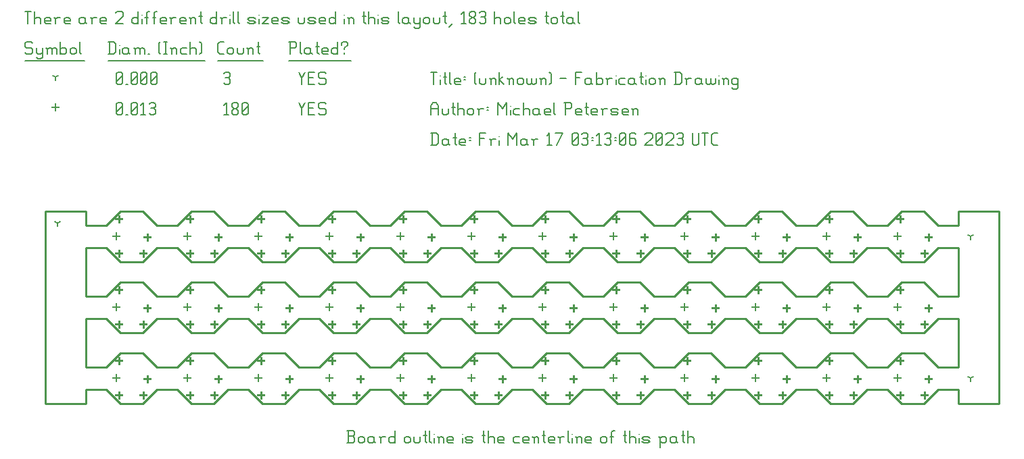
<source format=gbr>
G04 start of page 12 for group -3984 idx -3984 *
G04 Title: (unknown), fab *
G04 Creator: pcb 4.0.2 *
G04 CreationDate: Fri Mar 17 03:13:06 2023 UTC *
G04 For: railfan *
G04 Format: Gerber/RS-274X *
G04 PCB-Dimensions (mil): 4900.00 1150.00 *
G04 PCB-Coordinate-Origin: lower left *
%MOIN*%
%FSLAX25Y25*%
%LNFAB*%
%ADD37C,0.0100*%
%ADD36C,0.0075*%
%ADD35C,0.0060*%
%ADD34R,0.0080X0.0080*%
G54D34*X46500Y67600D02*Y64400D01*
X44900Y66000D02*X48100D01*
X45000Y59100D02*Y55900D01*
X43400Y57500D02*X46600D01*
X60500Y58600D02*Y55400D01*
X58900Y57000D02*X62100D01*
X58500Y50600D02*Y47400D01*
X56900Y49000D02*X60100D01*
X46500Y50600D02*Y47400D01*
X44900Y49000D02*X48100D01*
X81500Y67600D02*Y64400D01*
X79900Y66000D02*X83100D01*
X80000Y59100D02*Y55900D01*
X78400Y57500D02*X81600D01*
X95500Y58600D02*Y55400D01*
X93900Y57000D02*X97100D01*
X93500Y50600D02*Y47400D01*
X91900Y49000D02*X95100D01*
X81500Y50600D02*Y47400D01*
X79900Y49000D02*X83100D01*
X116500Y67600D02*Y64400D01*
X114900Y66000D02*X118100D01*
X115000Y59100D02*Y55900D01*
X113400Y57500D02*X116600D01*
X130500Y58600D02*Y55400D01*
X128900Y57000D02*X132100D01*
X128500Y50600D02*Y47400D01*
X126900Y49000D02*X130100D01*
X116500Y50600D02*Y47400D01*
X114900Y49000D02*X118100D01*
X151500Y67600D02*Y64400D01*
X149900Y66000D02*X153100D01*
X150000Y59100D02*Y55900D01*
X148400Y57500D02*X151600D01*
X165500Y58600D02*Y55400D01*
X163900Y57000D02*X167100D01*
X163500Y50600D02*Y47400D01*
X161900Y49000D02*X165100D01*
X151500Y50600D02*Y47400D01*
X149900Y49000D02*X153100D01*
X186500Y67600D02*Y64400D01*
X184900Y66000D02*X188100D01*
X185000Y59100D02*Y55900D01*
X183400Y57500D02*X186600D01*
X200500Y58600D02*Y55400D01*
X198900Y57000D02*X202100D01*
X198500Y50600D02*Y47400D01*
X196900Y49000D02*X200100D01*
X186500Y50600D02*Y47400D01*
X184900Y49000D02*X188100D01*
X221500Y67600D02*Y64400D01*
X219900Y66000D02*X223100D01*
X220000Y59100D02*Y55900D01*
X218400Y57500D02*X221600D01*
X235500Y58600D02*Y55400D01*
X233900Y57000D02*X237100D01*
X233500Y50600D02*Y47400D01*
X231900Y49000D02*X235100D01*
X221500Y50600D02*Y47400D01*
X219900Y49000D02*X223100D01*
X256500Y67600D02*Y64400D01*
X254900Y66000D02*X258100D01*
X255000Y59100D02*Y55900D01*
X253400Y57500D02*X256600D01*
X270500Y58600D02*Y55400D01*
X268900Y57000D02*X272100D01*
X268500Y50600D02*Y47400D01*
X266900Y49000D02*X270100D01*
X256500Y50600D02*Y47400D01*
X254900Y49000D02*X258100D01*
X291500Y67600D02*Y64400D01*
X289900Y66000D02*X293100D01*
X290000Y59100D02*Y55900D01*
X288400Y57500D02*X291600D01*
X305500Y58600D02*Y55400D01*
X303900Y57000D02*X307100D01*
X303500Y50600D02*Y47400D01*
X301900Y49000D02*X305100D01*
X291500Y50600D02*Y47400D01*
X289900Y49000D02*X293100D01*
X326500Y67600D02*Y64400D01*
X324900Y66000D02*X328100D01*
X325000Y59100D02*Y55900D01*
X323400Y57500D02*X326600D01*
X340500Y58600D02*Y55400D01*
X338900Y57000D02*X342100D01*
X338500Y50600D02*Y47400D01*
X336900Y49000D02*X340100D01*
X326500Y50600D02*Y47400D01*
X324900Y49000D02*X328100D01*
X361500Y67600D02*Y64400D01*
X359900Y66000D02*X363100D01*
X360000Y59100D02*Y55900D01*
X358400Y57500D02*X361600D01*
X375500Y58600D02*Y55400D01*
X373900Y57000D02*X377100D01*
X373500Y50600D02*Y47400D01*
X371900Y49000D02*X375100D01*
X361500Y50600D02*Y47400D01*
X359900Y49000D02*X363100D01*
X396500Y67600D02*Y64400D01*
X394900Y66000D02*X398100D01*
X395000Y59100D02*Y55900D01*
X393400Y57500D02*X396600D01*
X410500Y58600D02*Y55400D01*
X408900Y57000D02*X412100D01*
X408500Y50600D02*Y47400D01*
X406900Y49000D02*X410100D01*
X396500Y50600D02*Y47400D01*
X394900Y49000D02*X398100D01*
X431500Y67600D02*Y64400D01*
X429900Y66000D02*X433100D01*
X430000Y59100D02*Y55900D01*
X428400Y57500D02*X431600D01*
X445500Y58600D02*Y55400D01*
X443900Y57000D02*X447100D01*
X443500Y50600D02*Y47400D01*
X441900Y49000D02*X445100D01*
X431500Y50600D02*Y47400D01*
X429900Y49000D02*X433100D01*
X46500Y102600D02*Y99400D01*
X44900Y101000D02*X48100D01*
X45000Y94100D02*Y90900D01*
X43400Y92500D02*X46600D01*
X60500Y93600D02*Y90400D01*
X58900Y92000D02*X62100D01*
X58500Y85600D02*Y82400D01*
X56900Y84000D02*X60100D01*
X46500Y85600D02*Y82400D01*
X44900Y84000D02*X48100D01*
X81500Y102600D02*Y99400D01*
X79900Y101000D02*X83100D01*
X80000Y94100D02*Y90900D01*
X78400Y92500D02*X81600D01*
X95500Y93600D02*Y90400D01*
X93900Y92000D02*X97100D01*
X93500Y85600D02*Y82400D01*
X91900Y84000D02*X95100D01*
X81500Y85600D02*Y82400D01*
X79900Y84000D02*X83100D01*
X116500Y102600D02*Y99400D01*
X114900Y101000D02*X118100D01*
X115000Y94100D02*Y90900D01*
X113400Y92500D02*X116600D01*
X130500Y93600D02*Y90400D01*
X128900Y92000D02*X132100D01*
X128500Y85600D02*Y82400D01*
X126900Y84000D02*X130100D01*
X116500Y85600D02*Y82400D01*
X114900Y84000D02*X118100D01*
X151500Y102600D02*Y99400D01*
X149900Y101000D02*X153100D01*
X150000Y94100D02*Y90900D01*
X148400Y92500D02*X151600D01*
X165500Y93600D02*Y90400D01*
X163900Y92000D02*X167100D01*
X163500Y85600D02*Y82400D01*
X161900Y84000D02*X165100D01*
X151500Y85600D02*Y82400D01*
X149900Y84000D02*X153100D01*
X186500Y102600D02*Y99400D01*
X184900Y101000D02*X188100D01*
X185000Y94100D02*Y90900D01*
X183400Y92500D02*X186600D01*
X200500Y93600D02*Y90400D01*
X198900Y92000D02*X202100D01*
X198500Y85600D02*Y82400D01*
X196900Y84000D02*X200100D01*
X186500Y85600D02*Y82400D01*
X184900Y84000D02*X188100D01*
X221500Y102600D02*Y99400D01*
X219900Y101000D02*X223100D01*
X220000Y94100D02*Y90900D01*
X218400Y92500D02*X221600D01*
X235500Y93600D02*Y90400D01*
X233900Y92000D02*X237100D01*
X233500Y85600D02*Y82400D01*
X231900Y84000D02*X235100D01*
X221500Y85600D02*Y82400D01*
X219900Y84000D02*X223100D01*
X256500Y102600D02*Y99400D01*
X254900Y101000D02*X258100D01*
X255000Y94100D02*Y90900D01*
X253400Y92500D02*X256600D01*
X270500Y93600D02*Y90400D01*
X268900Y92000D02*X272100D01*
X268500Y85600D02*Y82400D01*
X266900Y84000D02*X270100D01*
X256500Y85600D02*Y82400D01*
X254900Y84000D02*X258100D01*
X291500Y102600D02*Y99400D01*
X289900Y101000D02*X293100D01*
X290000Y94100D02*Y90900D01*
X288400Y92500D02*X291600D01*
X305500Y93600D02*Y90400D01*
X303900Y92000D02*X307100D01*
X303500Y85600D02*Y82400D01*
X301900Y84000D02*X305100D01*
X291500Y85600D02*Y82400D01*
X289900Y84000D02*X293100D01*
X326500Y102600D02*Y99400D01*
X324900Y101000D02*X328100D01*
X325000Y94100D02*Y90900D01*
X323400Y92500D02*X326600D01*
X340500Y93600D02*Y90400D01*
X338900Y92000D02*X342100D01*
X338500Y85600D02*Y82400D01*
X336900Y84000D02*X340100D01*
X326500Y85600D02*Y82400D01*
X324900Y84000D02*X328100D01*
X361500Y102600D02*Y99400D01*
X359900Y101000D02*X363100D01*
X360000Y94100D02*Y90900D01*
X358400Y92500D02*X361600D01*
X375500Y93600D02*Y90400D01*
X373900Y92000D02*X377100D01*
X373500Y85600D02*Y82400D01*
X371900Y84000D02*X375100D01*
X361500Y85600D02*Y82400D01*
X359900Y84000D02*X363100D01*
X396500Y102600D02*Y99400D01*
X394900Y101000D02*X398100D01*
X395000Y94100D02*Y90900D01*
X393400Y92500D02*X396600D01*
X410500Y93600D02*Y90400D01*
X408900Y92000D02*X412100D01*
X408500Y85600D02*Y82400D01*
X406900Y84000D02*X410100D01*
X396500Y85600D02*Y82400D01*
X394900Y84000D02*X398100D01*
X431500Y102600D02*Y99400D01*
X429900Y101000D02*X433100D01*
X430000Y94100D02*Y90900D01*
X428400Y92500D02*X431600D01*
X445500Y93600D02*Y90400D01*
X443900Y92000D02*X447100D01*
X443500Y85600D02*Y82400D01*
X441900Y84000D02*X445100D01*
X431500Y85600D02*Y82400D01*
X429900Y84000D02*X433100D01*
X46500Y32600D02*Y29400D01*
X44900Y31000D02*X48100D01*
X45000Y24100D02*Y20900D01*
X43400Y22500D02*X46600D01*
X60500Y23600D02*Y20400D01*
X58900Y22000D02*X62100D01*
X58500Y15600D02*Y12400D01*
X56900Y14000D02*X60100D01*
X46500Y15600D02*Y12400D01*
X44900Y14000D02*X48100D01*
X81500Y32600D02*Y29400D01*
X79900Y31000D02*X83100D01*
X80000Y24100D02*Y20900D01*
X78400Y22500D02*X81600D01*
X95500Y23600D02*Y20400D01*
X93900Y22000D02*X97100D01*
X93500Y15600D02*Y12400D01*
X91900Y14000D02*X95100D01*
X81500Y15600D02*Y12400D01*
X79900Y14000D02*X83100D01*
X116500Y32600D02*Y29400D01*
X114900Y31000D02*X118100D01*
X115000Y24100D02*Y20900D01*
X113400Y22500D02*X116600D01*
X130500Y23600D02*Y20400D01*
X128900Y22000D02*X132100D01*
X128500Y15600D02*Y12400D01*
X126900Y14000D02*X130100D01*
X116500Y15600D02*Y12400D01*
X114900Y14000D02*X118100D01*
X151500Y32600D02*Y29400D01*
X149900Y31000D02*X153100D01*
X150000Y24100D02*Y20900D01*
X148400Y22500D02*X151600D01*
X165500Y23600D02*Y20400D01*
X163900Y22000D02*X167100D01*
X163500Y15600D02*Y12400D01*
X161900Y14000D02*X165100D01*
X151500Y15600D02*Y12400D01*
X149900Y14000D02*X153100D01*
X186500Y32600D02*Y29400D01*
X184900Y31000D02*X188100D01*
X185000Y24100D02*Y20900D01*
X183400Y22500D02*X186600D01*
X200500Y23600D02*Y20400D01*
X198900Y22000D02*X202100D01*
X198500Y15600D02*Y12400D01*
X196900Y14000D02*X200100D01*
X186500Y15600D02*Y12400D01*
X184900Y14000D02*X188100D01*
X221500Y32600D02*Y29400D01*
X219900Y31000D02*X223100D01*
X220000Y24100D02*Y20900D01*
X218400Y22500D02*X221600D01*
X235500Y23600D02*Y20400D01*
X233900Y22000D02*X237100D01*
X233500Y15600D02*Y12400D01*
X231900Y14000D02*X235100D01*
X221500Y15600D02*Y12400D01*
X219900Y14000D02*X223100D01*
X256500Y32600D02*Y29400D01*
X254900Y31000D02*X258100D01*
X255000Y24100D02*Y20900D01*
X253400Y22500D02*X256600D01*
X270500Y23600D02*Y20400D01*
X268900Y22000D02*X272100D01*
X268500Y15600D02*Y12400D01*
X266900Y14000D02*X270100D01*
X256500Y15600D02*Y12400D01*
X254900Y14000D02*X258100D01*
X291500Y32600D02*Y29400D01*
X289900Y31000D02*X293100D01*
X290000Y24100D02*Y20900D01*
X288400Y22500D02*X291600D01*
X305500Y23600D02*Y20400D01*
X303900Y22000D02*X307100D01*
X303500Y15600D02*Y12400D01*
X301900Y14000D02*X305100D01*
X291500Y15600D02*Y12400D01*
X289900Y14000D02*X293100D01*
X326500Y32600D02*Y29400D01*
X324900Y31000D02*X328100D01*
X325000Y24100D02*Y20900D01*
X323400Y22500D02*X326600D01*
X340500Y23600D02*Y20400D01*
X338900Y22000D02*X342100D01*
X338500Y15600D02*Y12400D01*
X336900Y14000D02*X340100D01*
X326500Y15600D02*Y12400D01*
X324900Y14000D02*X328100D01*
X361500Y32600D02*Y29400D01*
X359900Y31000D02*X363100D01*
X360000Y24100D02*Y20900D01*
X358400Y22500D02*X361600D01*
X375500Y23600D02*Y20400D01*
X373900Y22000D02*X377100D01*
X373500Y15600D02*Y12400D01*
X371900Y14000D02*X375100D01*
X361500Y15600D02*Y12400D01*
X359900Y14000D02*X363100D01*
X396500Y32600D02*Y29400D01*
X394900Y31000D02*X398100D01*
X395000Y24100D02*Y20900D01*
X393400Y22500D02*X396600D01*
X410500Y23600D02*Y20400D01*
X408900Y22000D02*X412100D01*
X408500Y15600D02*Y12400D01*
X406900Y14000D02*X410100D01*
X396500Y15600D02*Y12400D01*
X394900Y14000D02*X398100D01*
X431500Y32600D02*Y29400D01*
X429900Y31000D02*X433100D01*
X430000Y24100D02*Y20900D01*
X428400Y22500D02*X431600D01*
X445500Y23600D02*Y20400D01*
X443900Y22000D02*X447100D01*
X443500Y15600D02*Y12400D01*
X441900Y14000D02*X445100D01*
X431500Y15600D02*Y12400D01*
X429900Y14000D02*X433100D01*
X15000Y157850D02*Y154650D01*
X13400Y156250D02*X16600D01*
G54D35*X135000Y158500D02*X136500Y155500D01*
X138000Y158500D01*
X136500Y155500D02*Y152500D01*
X139800Y155800D02*X142050D01*
X139800Y152500D02*X142800D01*
X139800Y158500D02*Y152500D01*
Y158500D02*X142800D01*
X147600D02*X148350Y157750D01*
X145350Y158500D02*X147600D01*
X144600Y157750D02*X145350Y158500D01*
X144600Y157750D02*Y156250D01*
X145350Y155500D01*
X147600D01*
X148350Y154750D01*
Y153250D01*
X147600Y152500D02*X148350Y153250D01*
X145350Y152500D02*X147600D01*
X144600Y153250D02*X145350Y152500D01*
X98000Y157300D02*X99200Y158500D01*
Y152500D01*
X98000D02*X100250D01*
X102050Y153250D02*X102800Y152500D01*
X102050Y154450D02*Y153250D01*
Y154450D02*X103100Y155500D01*
X104000D01*
X105050Y154450D01*
Y153250D01*
X104300Y152500D02*X105050Y153250D01*
X102800Y152500D02*X104300D01*
X102050Y156550D02*X103100Y155500D01*
X102050Y157750D02*Y156550D01*
Y157750D02*X102800Y158500D01*
X104300D01*
X105050Y157750D01*
Y156550D01*
X104000Y155500D02*X105050Y156550D01*
X106850Y153250D02*X107600Y152500D01*
X106850Y157750D02*Y153250D01*
Y157750D02*X107600Y158500D01*
X109100D01*
X109850Y157750D01*
Y153250D01*
X109100Y152500D02*X109850Y153250D01*
X107600Y152500D02*X109100D01*
X106850Y154000D02*X109850Y157000D01*
X45000Y153250D02*X45750Y152500D01*
X45000Y157750D02*Y153250D01*
Y157750D02*X45750Y158500D01*
X47250D01*
X48000Y157750D01*
Y153250D01*
X47250Y152500D02*X48000Y153250D01*
X45750Y152500D02*X47250D01*
X45000Y154000D02*X48000Y157000D01*
X49800Y152500D02*X50550D01*
X52350Y153250D02*X53100Y152500D01*
X52350Y157750D02*Y153250D01*
Y157750D02*X53100Y158500D01*
X54600D01*
X55350Y157750D01*
Y153250D01*
X54600Y152500D02*X55350Y153250D01*
X53100Y152500D02*X54600D01*
X52350Y154000D02*X55350Y157000D01*
X57150Y157300D02*X58350Y158500D01*
Y152500D01*
X57150D02*X59400D01*
X61200Y157750D02*X61950Y158500D01*
X63450D01*
X64200Y157750D01*
X63450Y152500D02*X64200Y153250D01*
X61950Y152500D02*X63450D01*
X61200Y153250D02*X61950Y152500D01*
Y155800D02*X63450D01*
X64200Y157750D02*Y156550D01*
Y155050D02*Y153250D01*
Y155050D02*X63450Y155800D01*
X64200Y156550D02*X63450Y155800D01*
X16000Y99000D02*Y97400D01*
Y99000D02*X17387Y99800D01*
X16000Y99000D02*X14613Y99800D01*
X466000Y22500D02*Y20900D01*
Y22500D02*X467387Y23300D01*
X466000Y22500D02*X464613Y23300D01*
X466000Y92500D02*Y90900D01*
Y92500D02*X467387Y93300D01*
X466000Y92500D02*X464613Y93300D01*
X15000Y171250D02*Y169650D01*
Y171250D02*X16387Y172050D01*
X15000Y171250D02*X13613Y172050D01*
X135000Y173500D02*X136500Y170500D01*
X138000Y173500D01*
X136500Y170500D02*Y167500D01*
X139800Y170800D02*X142050D01*
X139800Y167500D02*X142800D01*
X139800Y173500D02*Y167500D01*
Y173500D02*X142800D01*
X147600D02*X148350Y172750D01*
X145350Y173500D02*X147600D01*
X144600Y172750D02*X145350Y173500D01*
X144600Y172750D02*Y171250D01*
X145350Y170500D01*
X147600D01*
X148350Y169750D01*
Y168250D01*
X147600Y167500D02*X148350Y168250D01*
X145350Y167500D02*X147600D01*
X144600Y168250D02*X145350Y167500D01*
X98000Y172750D02*X98750Y173500D01*
X100250D01*
X101000Y172750D01*
X100250Y167500D02*X101000Y168250D01*
X98750Y167500D02*X100250D01*
X98000Y168250D02*X98750Y167500D01*
Y170800D02*X100250D01*
X101000Y172750D02*Y171550D01*
Y170050D02*Y168250D01*
Y170050D02*X100250Y170800D01*
X101000Y171550D02*X100250Y170800D01*
X45000Y168250D02*X45750Y167500D01*
X45000Y172750D02*Y168250D01*
Y172750D02*X45750Y173500D01*
X47250D01*
X48000Y172750D01*
Y168250D01*
X47250Y167500D02*X48000Y168250D01*
X45750Y167500D02*X47250D01*
X45000Y169000D02*X48000Y172000D01*
X49800Y167500D02*X50550D01*
X52350Y168250D02*X53100Y167500D01*
X52350Y172750D02*Y168250D01*
Y172750D02*X53100Y173500D01*
X54600D01*
X55350Y172750D01*
Y168250D01*
X54600Y167500D02*X55350Y168250D01*
X53100Y167500D02*X54600D01*
X52350Y169000D02*X55350Y172000D01*
X57150Y168250D02*X57900Y167500D01*
X57150Y172750D02*Y168250D01*
Y172750D02*X57900Y173500D01*
X59400D01*
X60150Y172750D01*
Y168250D01*
X59400Y167500D02*X60150Y168250D01*
X57900Y167500D02*X59400D01*
X57150Y169000D02*X60150Y172000D01*
X61950Y168250D02*X62700Y167500D01*
X61950Y172750D02*Y168250D01*
Y172750D02*X62700Y173500D01*
X64200D01*
X64950Y172750D01*
Y168250D01*
X64200Y167500D02*X64950Y168250D01*
X62700Y167500D02*X64200D01*
X61950Y169000D02*X64950Y172000D01*
X3000Y188500D02*X3750Y187750D01*
X750Y188500D02*X3000D01*
X0Y187750D02*X750Y188500D01*
X0Y187750D02*Y186250D01*
X750Y185500D01*
X3000D01*
X3750Y184750D01*
Y183250D01*
X3000Y182500D02*X3750Y183250D01*
X750Y182500D02*X3000D01*
X0Y183250D02*X750Y182500D01*
X5550Y185500D02*Y183250D01*
X6300Y182500D01*
X8550Y185500D02*Y181000D01*
X7800Y180250D02*X8550Y181000D01*
X6300Y180250D02*X7800D01*
X5550Y181000D02*X6300Y180250D01*
Y182500D02*X7800D01*
X8550Y183250D01*
X11100Y184750D02*Y182500D01*
Y184750D02*X11850Y185500D01*
X12600D01*
X13350Y184750D01*
Y182500D01*
Y184750D02*X14100Y185500D01*
X14850D01*
X15600Y184750D01*
Y182500D01*
X10350Y185500D02*X11100Y184750D01*
X17400Y188500D02*Y182500D01*
Y183250D02*X18150Y182500D01*
X19650D01*
X20400Y183250D01*
Y184750D02*Y183250D01*
X19650Y185500D02*X20400Y184750D01*
X18150Y185500D02*X19650D01*
X17400Y184750D02*X18150Y185500D01*
X22200Y184750D02*Y183250D01*
Y184750D02*X22950Y185500D01*
X24450D01*
X25200Y184750D01*
Y183250D01*
X24450Y182500D02*X25200Y183250D01*
X22950Y182500D02*X24450D01*
X22200Y183250D02*X22950Y182500D01*
X27000Y188500D02*Y183250D01*
X27750Y182500D01*
X0Y179250D02*X29250D01*
X41750Y188500D02*Y182500D01*
X43700Y188500D02*X44750Y187450D01*
Y183550D01*
X43700Y182500D02*X44750Y183550D01*
X41000Y182500D02*X43700D01*
X41000Y188500D02*X43700D01*
G54D36*X46550Y187000D02*Y186850D01*
G54D35*Y184750D02*Y182500D01*
X50300Y185500D02*X51050Y184750D01*
X48800Y185500D02*X50300D01*
X48050Y184750D02*X48800Y185500D01*
X48050Y184750D02*Y183250D01*
X48800Y182500D01*
X51050Y185500D02*Y183250D01*
X51800Y182500D01*
X48800D02*X50300D01*
X51050Y183250D01*
X54350Y184750D02*Y182500D01*
Y184750D02*X55100Y185500D01*
X55850D01*
X56600Y184750D01*
Y182500D01*
Y184750D02*X57350Y185500D01*
X58100D01*
X58850Y184750D01*
Y182500D01*
X53600Y185500D02*X54350Y184750D01*
X60650Y182500D02*X61400D01*
X65900Y183250D02*X66650Y182500D01*
X65900Y187750D02*X66650Y188500D01*
X65900Y187750D02*Y183250D01*
X68450Y188500D02*X69950D01*
X69200D02*Y182500D01*
X68450D02*X69950D01*
X72500Y184750D02*Y182500D01*
Y184750D02*X73250Y185500D01*
X74000D01*
X74750Y184750D01*
Y182500D01*
X71750Y185500D02*X72500Y184750D01*
X77300Y185500D02*X79550D01*
X76550Y184750D02*X77300Y185500D01*
X76550Y184750D02*Y183250D01*
X77300Y182500D01*
X79550D01*
X81350Y188500D02*Y182500D01*
Y184750D02*X82100Y185500D01*
X83600D01*
X84350Y184750D01*
Y182500D01*
X86150Y188500D02*X86900Y187750D01*
Y183250D01*
X86150Y182500D02*X86900Y183250D01*
X41000Y179250D02*X88700D01*
X96050Y182500D02*X98000D01*
X95000Y183550D02*X96050Y182500D01*
X95000Y187450D02*Y183550D01*
Y187450D02*X96050Y188500D01*
X98000D01*
X99800Y184750D02*Y183250D01*
Y184750D02*X100550Y185500D01*
X102050D01*
X102800Y184750D01*
Y183250D01*
X102050Y182500D02*X102800Y183250D01*
X100550Y182500D02*X102050D01*
X99800Y183250D02*X100550Y182500D01*
X104600Y185500D02*Y183250D01*
X105350Y182500D01*
X106850D01*
X107600Y183250D01*
Y185500D02*Y183250D01*
X110150Y184750D02*Y182500D01*
Y184750D02*X110900Y185500D01*
X111650D01*
X112400Y184750D01*
Y182500D01*
X109400Y185500D02*X110150Y184750D01*
X114950Y188500D02*Y183250D01*
X115700Y182500D01*
X114200Y186250D02*X115700D01*
X95000Y179250D02*X117200D01*
X130750Y188500D02*Y182500D01*
X130000Y188500D02*X133000D01*
X133750Y187750D01*
Y186250D01*
X133000Y185500D02*X133750Y186250D01*
X130750Y185500D02*X133000D01*
X135550Y188500D02*Y183250D01*
X136300Y182500D01*
X140050Y185500D02*X140800Y184750D01*
X138550Y185500D02*X140050D01*
X137800Y184750D02*X138550Y185500D01*
X137800Y184750D02*Y183250D01*
X138550Y182500D01*
X140800Y185500D02*Y183250D01*
X141550Y182500D01*
X138550D02*X140050D01*
X140800Y183250D01*
X144100Y188500D02*Y183250D01*
X144850Y182500D01*
X143350Y186250D02*X144850D01*
X147100Y182500D02*X149350D01*
X146350Y183250D02*X147100Y182500D01*
X146350Y184750D02*Y183250D01*
Y184750D02*X147100Y185500D01*
X148600D01*
X149350Y184750D01*
X146350Y184000D02*X149350D01*
Y184750D02*Y184000D01*
X154150Y188500D02*Y182500D01*
X153400D02*X154150Y183250D01*
X151900Y182500D02*X153400D01*
X151150Y183250D02*X151900Y182500D01*
X151150Y184750D02*Y183250D01*
Y184750D02*X151900Y185500D01*
X153400D01*
X154150Y184750D01*
X157450Y185500D02*Y184750D01*
Y183250D02*Y182500D01*
X155950Y187750D02*Y187000D01*
Y187750D02*X156700Y188500D01*
X158200D01*
X158950Y187750D01*
Y187000D01*
X157450Y185500D02*X158950Y187000D01*
X130000Y179250D02*X160750D01*
X0Y203500D02*X3000D01*
X1500D02*Y197500D01*
X4800Y203500D02*Y197500D01*
Y199750D02*X5550Y200500D01*
X7050D01*
X7800Y199750D01*
Y197500D01*
X10350D02*X12600D01*
X9600Y198250D02*X10350Y197500D01*
X9600Y199750D02*Y198250D01*
Y199750D02*X10350Y200500D01*
X11850D01*
X12600Y199750D01*
X9600Y199000D02*X12600D01*
Y199750D02*Y199000D01*
X15150Y199750D02*Y197500D01*
Y199750D02*X15900Y200500D01*
X17400D01*
X14400D02*X15150Y199750D01*
X19950Y197500D02*X22200D01*
X19200Y198250D02*X19950Y197500D01*
X19200Y199750D02*Y198250D01*
Y199750D02*X19950Y200500D01*
X21450D01*
X22200Y199750D01*
X19200Y199000D02*X22200D01*
Y199750D02*Y199000D01*
X28950Y200500D02*X29700Y199750D01*
X27450Y200500D02*X28950D01*
X26700Y199750D02*X27450Y200500D01*
X26700Y199750D02*Y198250D01*
X27450Y197500D01*
X29700Y200500D02*Y198250D01*
X30450Y197500D01*
X27450D02*X28950D01*
X29700Y198250D01*
X33000Y199750D02*Y197500D01*
Y199750D02*X33750Y200500D01*
X35250D01*
X32250D02*X33000Y199750D01*
X37800Y197500D02*X40050D01*
X37050Y198250D02*X37800Y197500D01*
X37050Y199750D02*Y198250D01*
Y199750D02*X37800Y200500D01*
X39300D01*
X40050Y199750D01*
X37050Y199000D02*X40050D01*
Y199750D02*Y199000D01*
X44550Y202750D02*X45300Y203500D01*
X47550D01*
X48300Y202750D01*
Y201250D01*
X44550Y197500D02*X48300Y201250D01*
X44550Y197500D02*X48300D01*
X55800Y203500D02*Y197500D01*
X55050D02*X55800Y198250D01*
X53550Y197500D02*X55050D01*
X52800Y198250D02*X53550Y197500D01*
X52800Y199750D02*Y198250D01*
Y199750D02*X53550Y200500D01*
X55050D01*
X55800Y199750D01*
G54D36*X57600Y202000D02*Y201850D01*
G54D35*Y199750D02*Y197500D01*
X59850Y202750D02*Y197500D01*
Y202750D02*X60600Y203500D01*
X61350D01*
X59100Y200500D02*X60600D01*
X63600Y202750D02*Y197500D01*
Y202750D02*X64350Y203500D01*
X65100D01*
X62850Y200500D02*X64350D01*
X67350Y197500D02*X69600D01*
X66600Y198250D02*X67350Y197500D01*
X66600Y199750D02*Y198250D01*
Y199750D02*X67350Y200500D01*
X68850D01*
X69600Y199750D01*
X66600Y199000D02*X69600D01*
Y199750D02*Y199000D01*
X72150Y199750D02*Y197500D01*
Y199750D02*X72900Y200500D01*
X74400D01*
X71400D02*X72150Y199750D01*
X76950Y197500D02*X79200D01*
X76200Y198250D02*X76950Y197500D01*
X76200Y199750D02*Y198250D01*
Y199750D02*X76950Y200500D01*
X78450D01*
X79200Y199750D01*
X76200Y199000D02*X79200D01*
Y199750D02*Y199000D01*
X81750Y199750D02*Y197500D01*
Y199750D02*X82500Y200500D01*
X83250D01*
X84000Y199750D01*
Y197500D01*
X81000Y200500D02*X81750Y199750D01*
X86550Y203500D02*Y198250D01*
X87300Y197500D01*
X85800Y201250D02*X87300D01*
X94500Y203500D02*Y197500D01*
X93750D02*X94500Y198250D01*
X92250Y197500D02*X93750D01*
X91500Y198250D02*X92250Y197500D01*
X91500Y199750D02*Y198250D01*
Y199750D02*X92250Y200500D01*
X93750D01*
X94500Y199750D01*
X97050D02*Y197500D01*
Y199750D02*X97800Y200500D01*
X99300D01*
X96300D02*X97050Y199750D01*
G54D36*X101100Y202000D02*Y201850D01*
G54D35*Y199750D02*Y197500D01*
X102600Y203500D02*Y198250D01*
X103350Y197500D01*
X104850Y203500D02*Y198250D01*
X105600Y197500D01*
X110550D02*X112800D01*
X113550Y198250D01*
X112800Y199000D02*X113550Y198250D01*
X110550Y199000D02*X112800D01*
X109800Y199750D02*X110550Y199000D01*
X109800Y199750D02*X110550Y200500D01*
X112800D01*
X113550Y199750D01*
X109800Y198250D02*X110550Y197500D01*
G54D36*X115350Y202000D02*Y201850D01*
G54D35*Y199750D02*Y197500D01*
X116850Y200500D02*X119850D01*
X116850Y197500D02*X119850Y200500D01*
X116850Y197500D02*X119850D01*
X122400D02*X124650D01*
X121650Y198250D02*X122400Y197500D01*
X121650Y199750D02*Y198250D01*
Y199750D02*X122400Y200500D01*
X123900D01*
X124650Y199750D01*
X121650Y199000D02*X124650D01*
Y199750D02*Y199000D01*
X127200Y197500D02*X129450D01*
X130200Y198250D01*
X129450Y199000D02*X130200Y198250D01*
X127200Y199000D02*X129450D01*
X126450Y199750D02*X127200Y199000D01*
X126450Y199750D02*X127200Y200500D01*
X129450D01*
X130200Y199750D01*
X126450Y198250D02*X127200Y197500D01*
X134700Y200500D02*Y198250D01*
X135450Y197500D01*
X136950D01*
X137700Y198250D01*
Y200500D02*Y198250D01*
X140250Y197500D02*X142500D01*
X143250Y198250D01*
X142500Y199000D02*X143250Y198250D01*
X140250Y199000D02*X142500D01*
X139500Y199750D02*X140250Y199000D01*
X139500Y199750D02*X140250Y200500D01*
X142500D01*
X143250Y199750D01*
X139500Y198250D02*X140250Y197500D01*
X145800D02*X148050D01*
X145050Y198250D02*X145800Y197500D01*
X145050Y199750D02*Y198250D01*
Y199750D02*X145800Y200500D01*
X147300D01*
X148050Y199750D01*
X145050Y199000D02*X148050D01*
Y199750D02*Y199000D01*
X152850Y203500D02*Y197500D01*
X152100D02*X152850Y198250D01*
X150600Y197500D02*X152100D01*
X149850Y198250D02*X150600Y197500D01*
X149850Y199750D02*Y198250D01*
Y199750D02*X150600Y200500D01*
X152100D01*
X152850Y199750D01*
G54D36*X157350Y202000D02*Y201850D01*
G54D35*Y199750D02*Y197500D01*
X159600Y199750D02*Y197500D01*
Y199750D02*X160350Y200500D01*
X161100D01*
X161850Y199750D01*
Y197500D01*
X158850Y200500D02*X159600Y199750D01*
X167100Y203500D02*Y198250D01*
X167850Y197500D01*
X166350Y201250D02*X167850D01*
X169350Y203500D02*Y197500D01*
Y199750D02*X170100Y200500D01*
X171600D01*
X172350Y199750D01*
Y197500D01*
G54D36*X174150Y202000D02*Y201850D01*
G54D35*Y199750D02*Y197500D01*
X176400D02*X178650D01*
X179400Y198250D01*
X178650Y199000D02*X179400Y198250D01*
X176400Y199000D02*X178650D01*
X175650Y199750D02*X176400Y199000D01*
X175650Y199750D02*X176400Y200500D01*
X178650D01*
X179400Y199750D01*
X175650Y198250D02*X176400Y197500D01*
X183900Y203500D02*Y198250D01*
X184650Y197500D01*
X188400Y200500D02*X189150Y199750D01*
X186900Y200500D02*X188400D01*
X186150Y199750D02*X186900Y200500D01*
X186150Y199750D02*Y198250D01*
X186900Y197500D01*
X189150Y200500D02*Y198250D01*
X189900Y197500D01*
X186900D02*X188400D01*
X189150Y198250D01*
X191700Y200500D02*Y198250D01*
X192450Y197500D01*
X194700Y200500D02*Y196000D01*
X193950Y195250D02*X194700Y196000D01*
X192450Y195250D02*X193950D01*
X191700Y196000D02*X192450Y195250D01*
Y197500D02*X193950D01*
X194700Y198250D01*
X196500Y199750D02*Y198250D01*
Y199750D02*X197250Y200500D01*
X198750D01*
X199500Y199750D01*
Y198250D01*
X198750Y197500D02*X199500Y198250D01*
X197250Y197500D02*X198750D01*
X196500Y198250D02*X197250Y197500D01*
X201300Y200500D02*Y198250D01*
X202050Y197500D01*
X203550D01*
X204300Y198250D01*
Y200500D02*Y198250D01*
X206850Y203500D02*Y198250D01*
X207600Y197500D01*
X206100Y201250D02*X207600D01*
X209100Y196000D02*X210600Y197500D01*
X215100Y202300D02*X216300Y203500D01*
Y197500D01*
X215100D02*X217350D01*
X219150Y198250D02*X219900Y197500D01*
X219150Y199450D02*Y198250D01*
Y199450D02*X220200Y200500D01*
X221100D01*
X222150Y199450D01*
Y198250D01*
X221400Y197500D02*X222150Y198250D01*
X219900Y197500D02*X221400D01*
X219150Y201550D02*X220200Y200500D01*
X219150Y202750D02*Y201550D01*
Y202750D02*X219900Y203500D01*
X221400D01*
X222150Y202750D01*
Y201550D01*
X221100Y200500D02*X222150Y201550D01*
X223950Y202750D02*X224700Y203500D01*
X226200D01*
X226950Y202750D01*
X226200Y197500D02*X226950Y198250D01*
X224700Y197500D02*X226200D01*
X223950Y198250D02*X224700Y197500D01*
Y200800D02*X226200D01*
X226950Y202750D02*Y201550D01*
Y200050D02*Y198250D01*
Y200050D02*X226200Y200800D01*
X226950Y201550D02*X226200Y200800D01*
X231450Y203500D02*Y197500D01*
Y199750D02*X232200Y200500D01*
X233700D01*
X234450Y199750D01*
Y197500D01*
X236250Y199750D02*Y198250D01*
Y199750D02*X237000Y200500D01*
X238500D01*
X239250Y199750D01*
Y198250D01*
X238500Y197500D02*X239250Y198250D01*
X237000Y197500D02*X238500D01*
X236250Y198250D02*X237000Y197500D01*
X241050Y203500D02*Y198250D01*
X241800Y197500D01*
X244050D02*X246300D01*
X243300Y198250D02*X244050Y197500D01*
X243300Y199750D02*Y198250D01*
Y199750D02*X244050Y200500D01*
X245550D01*
X246300Y199750D01*
X243300Y199000D02*X246300D01*
Y199750D02*Y199000D01*
X248850Y197500D02*X251100D01*
X251850Y198250D01*
X251100Y199000D02*X251850Y198250D01*
X248850Y199000D02*X251100D01*
X248100Y199750D02*X248850Y199000D01*
X248100Y199750D02*X248850Y200500D01*
X251100D01*
X251850Y199750D01*
X248100Y198250D02*X248850Y197500D01*
X257100Y203500D02*Y198250D01*
X257850Y197500D01*
X256350Y201250D02*X257850D01*
X259350Y199750D02*Y198250D01*
Y199750D02*X260100Y200500D01*
X261600D01*
X262350Y199750D01*
Y198250D01*
X261600Y197500D02*X262350Y198250D01*
X260100Y197500D02*X261600D01*
X259350Y198250D02*X260100Y197500D01*
X264900Y203500D02*Y198250D01*
X265650Y197500D01*
X264150Y201250D02*X265650D01*
X269400Y200500D02*X270150Y199750D01*
X267900Y200500D02*X269400D01*
X267150Y199750D02*X267900Y200500D01*
X267150Y199750D02*Y198250D01*
X267900Y197500D01*
X270150Y200500D02*Y198250D01*
X270900Y197500D01*
X267900D02*X269400D01*
X270150Y198250D01*
X272700Y203500D02*Y198250D01*
X273450Y197500D01*
G54D37*X450000Y98000D02*X460000D01*
Y105000D02*Y98000D01*
Y105000D02*X480000D01*
Y10000D01*
X460000D02*X480000D01*
X460000Y17000D02*Y10000D01*
X450000Y17000D02*X460000D01*
X450000Y87000D02*X460000D01*
Y63000D01*
X450000D02*X460000D01*
X450000Y52000D02*X460000D01*
Y28000D01*
X450000D02*X460000D01*
X30000Y98000D02*X40000D01*
X30000Y105000D02*Y98000D01*
X10000Y105000D02*X30000D01*
X10000D02*Y10000D01*
X30000D01*
Y17000D02*Y10000D01*
Y17000D02*X40000D01*
X30000Y87000D02*X40000D01*
X30000D02*Y63000D01*
X40000D01*
X30000Y52000D02*X40000D01*
X30000D02*Y28000D01*
X40000D01*
X65000Y63000D02*X75000D01*
X100000D02*X110000D01*
X135000D02*X145000D01*
X170000D02*X180000D01*
X205000D02*X215000D01*
X240000D02*X250000D01*
X275000D02*X285000D01*
X310000D02*X320000D01*
X345000D02*X355000D01*
Y52000D02*X345000D01*
X320000D02*X310000D01*
X285000D02*X275000D01*
X250000D02*X240000D01*
X215000D02*X205000D01*
X180000D02*X170000D01*
X145000D02*X135000D01*
X110000D02*X100000D01*
X75000D02*X65000D01*
X380000Y63000D02*X390000D01*
Y52000D02*X380000D01*
X415000Y63000D02*X425000D01*
Y52000D02*X415000D01*
X47000Y45000D02*X40000Y52000D01*
X58000Y45000D02*X47000D01*
X65000Y52000D02*X58000Y45000D01*
Y70000D02*X65000Y63000D01*
X47000Y70000D02*X58000D01*
X40000Y63000D02*X47000Y70000D01*
X82000Y45000D02*X75000Y52000D01*
X93000Y45000D02*X82000D01*
X100000Y52000D02*X93000Y45000D01*
Y70000D02*X100000Y63000D01*
X82000Y70000D02*X93000D01*
X75000Y63000D02*X82000Y70000D01*
X117000Y45000D02*X110000Y52000D01*
X128000Y45000D02*X117000D01*
X135000Y52000D02*X128000Y45000D01*
Y70000D02*X135000Y63000D01*
X117000Y70000D02*X128000D01*
X110000Y63000D02*X117000Y70000D01*
X152000Y45000D02*X145000Y52000D01*
X163000Y45000D02*X152000D01*
X170000Y52000D02*X163000Y45000D01*
Y70000D02*X170000Y63000D01*
X152000Y70000D02*X163000D01*
X145000Y63000D02*X152000Y70000D01*
X187000Y45000D02*X180000Y52000D01*
X198000Y45000D02*X187000D01*
X205000Y52000D02*X198000Y45000D01*
Y70000D02*X205000Y63000D01*
X187000Y70000D02*X198000D01*
X180000Y63000D02*X187000Y70000D01*
X222000Y45000D02*X215000Y52000D01*
X233000Y45000D02*X222000D01*
X240000Y52000D02*X233000Y45000D01*
Y70000D02*X240000Y63000D01*
X222000Y70000D02*X233000D01*
X215000Y63000D02*X222000Y70000D01*
X257000Y45000D02*X250000Y52000D01*
X268000Y45000D02*X257000D01*
X275000Y52000D02*X268000Y45000D01*
Y70000D02*X275000Y63000D01*
X257000Y70000D02*X268000D01*
X250000Y63000D02*X257000Y70000D01*
X292000Y45000D02*X285000Y52000D01*
X303000Y45000D02*X292000D01*
X310000Y52000D02*X303000Y45000D01*
Y70000D02*X310000Y63000D01*
X292000Y70000D02*X303000D01*
X285000Y63000D02*X292000Y70000D01*
X327000Y45000D02*X320000Y52000D01*
X338000Y45000D02*X327000D01*
X345000Y52000D02*X338000Y45000D01*
Y70000D02*X345000Y63000D01*
X327000Y70000D02*X338000D01*
X320000Y63000D02*X327000Y70000D01*
X362000Y45000D02*X355000Y52000D01*
X373000Y45000D02*X362000D01*
X380000Y52000D02*X373000Y45000D01*
Y70000D02*X380000Y63000D01*
X362000Y70000D02*X373000D01*
X355000Y63000D02*X362000Y70000D01*
X397000Y45000D02*X390000Y52000D01*
X408000Y45000D02*X397000D01*
X415000Y52000D02*X408000Y45000D01*
Y70000D02*X415000Y63000D01*
X397000Y70000D02*X408000D01*
X390000Y63000D02*X397000Y70000D01*
X432000Y45000D02*X425000Y52000D01*
X443000Y45000D02*X432000D01*
X450000Y52000D02*X443000Y45000D01*
Y70000D02*X450000Y63000D01*
X432000Y70000D02*X443000D01*
X425000Y63000D02*X432000Y70000D01*
X65000Y98000D02*X75000D01*
X100000D02*X110000D01*
X135000D02*X145000D01*
X170000D02*X180000D01*
X205000D02*X215000D01*
X240000D02*X250000D01*
X275000D02*X285000D01*
X310000D02*X320000D01*
X345000D02*X355000D01*
Y87000D02*X345000D01*
X320000D02*X310000D01*
X285000D02*X275000D01*
X250000D02*X240000D01*
X215000D02*X205000D01*
X180000D02*X170000D01*
X145000D02*X135000D01*
X110000D02*X100000D01*
X75000D02*X65000D01*
X380000Y98000D02*X390000D01*
Y87000D02*X380000D01*
X415000Y98000D02*X425000D01*
Y87000D02*X415000D01*
X47000Y80000D02*X40000Y87000D01*
X58000Y80000D02*X47000D01*
X65000Y87000D02*X58000Y80000D01*
Y105000D02*X65000Y98000D01*
X47000Y105000D02*X58000D01*
X40000Y98000D02*X47000Y105000D01*
X82000Y80000D02*X75000Y87000D01*
X93000Y80000D02*X82000D01*
X100000Y87000D02*X93000Y80000D01*
Y105000D02*X100000Y98000D01*
X82000Y105000D02*X93000D01*
X75000Y98000D02*X82000Y105000D01*
X117000Y80000D02*X110000Y87000D01*
X128000Y80000D02*X117000D01*
X135000Y87000D02*X128000Y80000D01*
Y105000D02*X135000Y98000D01*
X117000Y105000D02*X128000D01*
X110000Y98000D02*X117000Y105000D01*
X152000Y80000D02*X145000Y87000D01*
X163000Y80000D02*X152000D01*
X170000Y87000D02*X163000Y80000D01*
Y105000D02*X170000Y98000D01*
X152000Y105000D02*X163000D01*
X145000Y98000D02*X152000Y105000D01*
X187000Y80000D02*X180000Y87000D01*
X198000Y80000D02*X187000D01*
X205000Y87000D02*X198000Y80000D01*
Y105000D02*X205000Y98000D01*
X187000Y105000D02*X198000D01*
X180000Y98000D02*X187000Y105000D01*
X222000Y80000D02*X215000Y87000D01*
X233000Y80000D02*X222000D01*
X240000Y87000D02*X233000Y80000D01*
Y105000D02*X240000Y98000D01*
X222000Y105000D02*X233000D01*
X215000Y98000D02*X222000Y105000D01*
X257000Y80000D02*X250000Y87000D01*
X268000Y80000D02*X257000D01*
X275000Y87000D02*X268000Y80000D01*
Y105000D02*X275000Y98000D01*
X257000Y105000D02*X268000D01*
X250000Y98000D02*X257000Y105000D01*
X292000Y80000D02*X285000Y87000D01*
X303000Y80000D02*X292000D01*
X310000Y87000D02*X303000Y80000D01*
Y105000D02*X310000Y98000D01*
X292000Y105000D02*X303000D01*
X285000Y98000D02*X292000Y105000D01*
X327000Y80000D02*X320000Y87000D01*
X338000Y80000D02*X327000D01*
X345000Y87000D02*X338000Y80000D01*
Y105000D02*X345000Y98000D01*
X327000Y105000D02*X338000D01*
X320000Y98000D02*X327000Y105000D01*
X362000Y80000D02*X355000Y87000D01*
X373000Y80000D02*X362000D01*
X380000Y87000D02*X373000Y80000D01*
Y105000D02*X380000Y98000D01*
X362000Y105000D02*X373000D01*
X355000Y98000D02*X362000Y105000D01*
X397000Y80000D02*X390000Y87000D01*
X408000Y80000D02*X397000D01*
X415000Y87000D02*X408000Y80000D01*
Y105000D02*X415000Y98000D01*
X397000Y105000D02*X408000D01*
X390000Y98000D02*X397000Y105000D01*
X432000Y80000D02*X425000Y87000D01*
X443000Y80000D02*X432000D01*
X450000Y87000D02*X443000Y80000D01*
Y105000D02*X450000Y98000D01*
X432000Y105000D02*X443000D01*
X425000Y98000D02*X432000Y105000D01*
X65000Y28000D02*X75000D01*
X100000D02*X110000D01*
X135000D02*X145000D01*
X170000D02*X180000D01*
X205000D02*X215000D01*
X240000D02*X250000D01*
X275000D02*X285000D01*
X310000D02*X320000D01*
X345000D02*X355000D01*
Y17000D02*X345000D01*
X320000D02*X310000D01*
X285000D02*X275000D01*
X250000D02*X240000D01*
X215000D02*X205000D01*
X180000D02*X170000D01*
X145000D02*X135000D01*
X110000D02*X100000D01*
X75000D02*X65000D01*
X380000Y28000D02*X390000D01*
Y17000D02*X380000D01*
X415000Y28000D02*X425000D01*
Y17000D02*X415000D01*
X47000Y10000D02*X40000Y17000D01*
X58000Y10000D02*X47000D01*
X65000Y17000D02*X58000Y10000D01*
Y35000D02*X65000Y28000D01*
X47000Y35000D02*X58000D01*
X40000Y28000D02*X47000Y35000D01*
X82000Y10000D02*X75000Y17000D01*
X93000Y10000D02*X82000D01*
X100000Y17000D02*X93000Y10000D01*
Y35000D02*X100000Y28000D01*
X82000Y35000D02*X93000D01*
X75000Y28000D02*X82000Y35000D01*
X117000Y10000D02*X110000Y17000D01*
X128000Y10000D02*X117000D01*
X135000Y17000D02*X128000Y10000D01*
Y35000D02*X135000Y28000D01*
X117000Y35000D02*X128000D01*
X110000Y28000D02*X117000Y35000D01*
X152000Y10000D02*X145000Y17000D01*
X163000Y10000D02*X152000D01*
X170000Y17000D02*X163000Y10000D01*
Y35000D02*X170000Y28000D01*
X152000Y35000D02*X163000D01*
X145000Y28000D02*X152000Y35000D01*
X187000Y10000D02*X180000Y17000D01*
X198000Y10000D02*X187000D01*
X205000Y17000D02*X198000Y10000D01*
Y35000D02*X205000Y28000D01*
X187000Y35000D02*X198000D01*
X180000Y28000D02*X187000Y35000D01*
X222000Y10000D02*X215000Y17000D01*
X233000Y10000D02*X222000D01*
X240000Y17000D02*X233000Y10000D01*
Y35000D02*X240000Y28000D01*
X222000Y35000D02*X233000D01*
X215000Y28000D02*X222000Y35000D01*
X257000Y10000D02*X250000Y17000D01*
X268000Y10000D02*X257000D01*
X275000Y17000D02*X268000Y10000D01*
Y35000D02*X275000Y28000D01*
X257000Y35000D02*X268000D01*
X250000Y28000D02*X257000Y35000D01*
X292000Y10000D02*X285000Y17000D01*
X303000Y10000D02*X292000D01*
X310000Y17000D02*X303000Y10000D01*
Y35000D02*X310000Y28000D01*
X292000Y35000D02*X303000D01*
X285000Y28000D02*X292000Y35000D01*
X327000Y10000D02*X320000Y17000D01*
X338000Y10000D02*X327000D01*
X345000Y17000D02*X338000Y10000D01*
Y35000D02*X345000Y28000D01*
X327000Y35000D02*X338000D01*
X320000Y28000D02*X327000Y35000D01*
X362000Y10000D02*X355000Y17000D01*
X373000Y10000D02*X362000D01*
X380000Y17000D02*X373000Y10000D01*
Y35000D02*X380000Y28000D01*
X362000Y35000D02*X373000D01*
X355000Y28000D02*X362000Y35000D01*
X397000Y10000D02*X390000Y17000D01*
X408000Y10000D02*X397000D01*
X415000Y17000D02*X408000Y10000D01*
Y35000D02*X415000Y28000D01*
X397000Y35000D02*X408000D01*
X390000Y28000D02*X397000Y35000D01*
X432000Y10000D02*X425000Y17000D01*
X443000Y10000D02*X432000D01*
X450000Y17000D02*X443000Y10000D01*
Y35000D02*X450000Y28000D01*
X432000Y35000D02*X443000D01*
X425000Y28000D02*X432000Y35000D01*
G54D35*X158675Y-9500D02*X161675D01*
X162425Y-8750D01*
Y-6950D02*Y-8750D01*
X161675Y-6200D02*X162425Y-6950D01*
X159425Y-6200D02*X161675D01*
X159425Y-3500D02*Y-9500D01*
X158675Y-3500D02*X161675D01*
X162425Y-4250D01*
Y-5450D01*
X161675Y-6200D02*X162425Y-5450D01*
X164225Y-7250D02*Y-8750D01*
Y-7250D02*X164975Y-6500D01*
X166475D01*
X167225Y-7250D01*
Y-8750D01*
X166475Y-9500D02*X167225Y-8750D01*
X164975Y-9500D02*X166475D01*
X164225Y-8750D02*X164975Y-9500D01*
X171275Y-6500D02*X172025Y-7250D01*
X169775Y-6500D02*X171275D01*
X169025Y-7250D02*X169775Y-6500D01*
X169025Y-7250D02*Y-8750D01*
X169775Y-9500D01*
X172025Y-6500D02*Y-8750D01*
X172775Y-9500D01*
X169775D02*X171275D01*
X172025Y-8750D01*
X175325Y-7250D02*Y-9500D01*
Y-7250D02*X176075Y-6500D01*
X177575D01*
X174575D02*X175325Y-7250D01*
X182375Y-3500D02*Y-9500D01*
X181625D02*X182375Y-8750D01*
X180125Y-9500D02*X181625D01*
X179375Y-8750D02*X180125Y-9500D01*
X179375Y-7250D02*Y-8750D01*
Y-7250D02*X180125Y-6500D01*
X181625D01*
X182375Y-7250D01*
X186875D02*Y-8750D01*
Y-7250D02*X187625Y-6500D01*
X189125D01*
X189875Y-7250D01*
Y-8750D01*
X189125Y-9500D02*X189875Y-8750D01*
X187625Y-9500D02*X189125D01*
X186875Y-8750D02*X187625Y-9500D01*
X191675Y-6500D02*Y-8750D01*
X192425Y-9500D01*
X193925D01*
X194675Y-8750D01*
Y-6500D02*Y-8750D01*
X197225Y-3500D02*Y-8750D01*
X197975Y-9500D01*
X196475Y-5750D02*X197975D01*
X199475Y-3500D02*Y-8750D01*
X200225Y-9500D01*
G54D36*X201725Y-5000D02*Y-5150D01*
G54D35*Y-7250D02*Y-9500D01*
X203975Y-7250D02*Y-9500D01*
Y-7250D02*X204725Y-6500D01*
X205475D01*
X206225Y-7250D01*
Y-9500D01*
X203225Y-6500D02*X203975Y-7250D01*
X208775Y-9500D02*X211025D01*
X208025Y-8750D02*X208775Y-9500D01*
X208025Y-7250D02*Y-8750D01*
Y-7250D02*X208775Y-6500D01*
X210275D01*
X211025Y-7250D01*
X208025Y-8000D02*X211025D01*
Y-7250D02*Y-8000D01*
G54D36*X215525Y-5000D02*Y-5150D01*
G54D35*Y-7250D02*Y-9500D01*
X217775D02*X220025D01*
X220775Y-8750D01*
X220025Y-8000D02*X220775Y-8750D01*
X217775Y-8000D02*X220025D01*
X217025Y-7250D02*X217775Y-8000D01*
X217025Y-7250D02*X217775Y-6500D01*
X220025D01*
X220775Y-7250D01*
X217025Y-8750D02*X217775Y-9500D01*
X226025Y-3500D02*Y-8750D01*
X226775Y-9500D01*
X225275Y-5750D02*X226775D01*
X228275Y-3500D02*Y-9500D01*
Y-7250D02*X229025Y-6500D01*
X230525D01*
X231275Y-7250D01*
Y-9500D01*
X233825D02*X236075D01*
X233075Y-8750D02*X233825Y-9500D01*
X233075Y-7250D02*Y-8750D01*
Y-7250D02*X233825Y-6500D01*
X235325D01*
X236075Y-7250D01*
X233075Y-8000D02*X236075D01*
Y-7250D02*Y-8000D01*
X241325Y-6500D02*X243575D01*
X240575Y-7250D02*X241325Y-6500D01*
X240575Y-7250D02*Y-8750D01*
X241325Y-9500D01*
X243575D01*
X246125D02*X248375D01*
X245375Y-8750D02*X246125Y-9500D01*
X245375Y-7250D02*Y-8750D01*
Y-7250D02*X246125Y-6500D01*
X247625D01*
X248375Y-7250D01*
X245375Y-8000D02*X248375D01*
Y-7250D02*Y-8000D01*
X250925Y-7250D02*Y-9500D01*
Y-7250D02*X251675Y-6500D01*
X252425D01*
X253175Y-7250D01*
Y-9500D01*
X250175Y-6500D02*X250925Y-7250D01*
X255725Y-3500D02*Y-8750D01*
X256475Y-9500D01*
X254975Y-5750D02*X256475D01*
X258725Y-9500D02*X260975D01*
X257975Y-8750D02*X258725Y-9500D01*
X257975Y-7250D02*Y-8750D01*
Y-7250D02*X258725Y-6500D01*
X260225D01*
X260975Y-7250D01*
X257975Y-8000D02*X260975D01*
Y-7250D02*Y-8000D01*
X263525Y-7250D02*Y-9500D01*
Y-7250D02*X264275Y-6500D01*
X265775D01*
X262775D02*X263525Y-7250D01*
X267575Y-3500D02*Y-8750D01*
X268325Y-9500D01*
G54D36*X269825Y-5000D02*Y-5150D01*
G54D35*Y-7250D02*Y-9500D01*
X272075Y-7250D02*Y-9500D01*
Y-7250D02*X272825Y-6500D01*
X273575D01*
X274325Y-7250D01*
Y-9500D01*
X271325Y-6500D02*X272075Y-7250D01*
X276875Y-9500D02*X279125D01*
X276125Y-8750D02*X276875Y-9500D01*
X276125Y-7250D02*Y-8750D01*
Y-7250D02*X276875Y-6500D01*
X278375D01*
X279125Y-7250D01*
X276125Y-8000D02*X279125D01*
Y-7250D02*Y-8000D01*
X283625Y-7250D02*Y-8750D01*
Y-7250D02*X284375Y-6500D01*
X285875D01*
X286625Y-7250D01*
Y-8750D01*
X285875Y-9500D02*X286625Y-8750D01*
X284375Y-9500D02*X285875D01*
X283625Y-8750D02*X284375Y-9500D01*
X289175Y-4250D02*Y-9500D01*
Y-4250D02*X289925Y-3500D01*
X290675D01*
X288425Y-6500D02*X289925D01*
X295625Y-3500D02*Y-8750D01*
X296375Y-9500D01*
X294875Y-5750D02*X296375D01*
X297875Y-3500D02*Y-9500D01*
Y-7250D02*X298625Y-6500D01*
X300125D01*
X300875Y-7250D01*
Y-9500D01*
G54D36*X302675Y-5000D02*Y-5150D01*
G54D35*Y-7250D02*Y-9500D01*
X304925D02*X307175D01*
X307925Y-8750D01*
X307175Y-8000D02*X307925Y-8750D01*
X304925Y-8000D02*X307175D01*
X304175Y-7250D02*X304925Y-8000D01*
X304175Y-7250D02*X304925Y-6500D01*
X307175D01*
X307925Y-7250D01*
X304175Y-8750D02*X304925Y-9500D01*
X313175Y-7250D02*Y-11750D01*
X312425Y-6500D02*X313175Y-7250D01*
X313925Y-6500D01*
X315425D01*
X316175Y-7250D01*
Y-8750D01*
X315425Y-9500D02*X316175Y-8750D01*
X313925Y-9500D02*X315425D01*
X313175Y-8750D02*X313925Y-9500D01*
X320225Y-6500D02*X320975Y-7250D01*
X318725Y-6500D02*X320225D01*
X317975Y-7250D02*X318725Y-6500D01*
X317975Y-7250D02*Y-8750D01*
X318725Y-9500D01*
X320975Y-6500D02*Y-8750D01*
X321725Y-9500D01*
X318725D02*X320225D01*
X320975Y-8750D01*
X324275Y-3500D02*Y-8750D01*
X325025Y-9500D01*
X323525Y-5750D02*X325025D01*
X326525Y-3500D02*Y-9500D01*
Y-7250D02*X327275Y-6500D01*
X328775D01*
X329525Y-7250D01*
Y-9500D01*
X200750Y143500D02*Y137500D01*
X202700Y143500D02*X203750Y142450D01*
Y138550D01*
X202700Y137500D02*X203750Y138550D01*
X200000Y137500D02*X202700D01*
X200000Y143500D02*X202700D01*
X207800Y140500D02*X208550Y139750D01*
X206300Y140500D02*X207800D01*
X205550Y139750D02*X206300Y140500D01*
X205550Y139750D02*Y138250D01*
X206300Y137500D01*
X208550Y140500D02*Y138250D01*
X209300Y137500D01*
X206300D02*X207800D01*
X208550Y138250D01*
X211850Y143500D02*Y138250D01*
X212600Y137500D01*
X211100Y141250D02*X212600D01*
X214850Y137500D02*X217100D01*
X214100Y138250D02*X214850Y137500D01*
X214100Y139750D02*Y138250D01*
Y139750D02*X214850Y140500D01*
X216350D01*
X217100Y139750D01*
X214100Y139000D02*X217100D01*
Y139750D02*Y139000D01*
X218900Y141250D02*X219650D01*
X218900Y139750D02*X219650D01*
X224150Y143500D02*Y137500D01*
Y143500D02*X227150D01*
X224150Y140800D02*X226400D01*
X229700Y139750D02*Y137500D01*
Y139750D02*X230450Y140500D01*
X231950D01*
X228950D02*X229700Y139750D01*
G54D36*X233750Y142000D02*Y141850D01*
G54D35*Y139750D02*Y137500D01*
X237950Y143500D02*Y137500D01*
Y143500D02*X240200Y140500D01*
X242450Y143500D01*
Y137500D01*
X246500Y140500D02*X247250Y139750D01*
X245000Y140500D02*X246500D01*
X244250Y139750D02*X245000Y140500D01*
X244250Y139750D02*Y138250D01*
X245000Y137500D01*
X247250Y140500D02*Y138250D01*
X248000Y137500D01*
X245000D02*X246500D01*
X247250Y138250D01*
X250550Y139750D02*Y137500D01*
Y139750D02*X251300Y140500D01*
X252800D01*
X249800D02*X250550Y139750D01*
X257300Y142300D02*X258500Y143500D01*
Y137500D01*
X257300D02*X259550D01*
X262100D02*X265100Y143500D01*
X261350D02*X265100D01*
X269600Y138250D02*X270350Y137500D01*
X269600Y142750D02*Y138250D01*
Y142750D02*X270350Y143500D01*
X271850D01*
X272600Y142750D01*
Y138250D01*
X271850Y137500D02*X272600Y138250D01*
X270350Y137500D02*X271850D01*
X269600Y139000D02*X272600Y142000D01*
X274400Y142750D02*X275150Y143500D01*
X276650D01*
X277400Y142750D01*
X276650Y137500D02*X277400Y138250D01*
X275150Y137500D02*X276650D01*
X274400Y138250D02*X275150Y137500D01*
Y140800D02*X276650D01*
X277400Y142750D02*Y141550D01*
Y140050D02*Y138250D01*
Y140050D02*X276650Y140800D01*
X277400Y141550D02*X276650Y140800D01*
X279200Y141250D02*X279950D01*
X279200Y139750D02*X279950D01*
X281750Y142300D02*X282950Y143500D01*
Y137500D01*
X281750D02*X284000D01*
X285800Y142750D02*X286550Y143500D01*
X288050D01*
X288800Y142750D01*
X288050Y137500D02*X288800Y138250D01*
X286550Y137500D02*X288050D01*
X285800Y138250D02*X286550Y137500D01*
Y140800D02*X288050D01*
X288800Y142750D02*Y141550D01*
Y140050D02*Y138250D01*
Y140050D02*X288050Y140800D01*
X288800Y141550D02*X288050Y140800D01*
X290600Y141250D02*X291350D01*
X290600Y139750D02*X291350D01*
X293150Y138250D02*X293900Y137500D01*
X293150Y142750D02*Y138250D01*
Y142750D02*X293900Y143500D01*
X295400D01*
X296150Y142750D01*
Y138250D01*
X295400Y137500D02*X296150Y138250D01*
X293900Y137500D02*X295400D01*
X293150Y139000D02*X296150Y142000D01*
X300200Y143500D02*X300950Y142750D01*
X298700Y143500D02*X300200D01*
X297950Y142750D02*X298700Y143500D01*
X297950Y142750D02*Y138250D01*
X298700Y137500D01*
X300200Y140800D02*X300950Y140050D01*
X297950Y140800D02*X300200D01*
X298700Y137500D02*X300200D01*
X300950Y138250D01*
Y140050D02*Y138250D01*
X305450Y142750D02*X306200Y143500D01*
X308450D01*
X309200Y142750D01*
Y141250D01*
X305450Y137500D02*X309200Y141250D01*
X305450Y137500D02*X309200D01*
X311000Y138250D02*X311750Y137500D01*
X311000Y142750D02*Y138250D01*
Y142750D02*X311750Y143500D01*
X313250D01*
X314000Y142750D01*
Y138250D01*
X313250Y137500D02*X314000Y138250D01*
X311750Y137500D02*X313250D01*
X311000Y139000D02*X314000Y142000D01*
X315800Y142750D02*X316550Y143500D01*
X318800D01*
X319550Y142750D01*
Y141250D01*
X315800Y137500D02*X319550Y141250D01*
X315800Y137500D02*X319550D01*
X321350Y142750D02*X322100Y143500D01*
X323600D01*
X324350Y142750D01*
X323600Y137500D02*X324350Y138250D01*
X322100Y137500D02*X323600D01*
X321350Y138250D02*X322100Y137500D01*
Y140800D02*X323600D01*
X324350Y142750D02*Y141550D01*
Y140050D02*Y138250D01*
Y140050D02*X323600Y140800D01*
X324350Y141550D02*X323600Y140800D01*
X328850Y143500D02*Y138250D01*
X329600Y137500D01*
X331100D01*
X331850Y138250D01*
Y143500D02*Y138250D01*
X333650Y143500D02*X336650D01*
X335150D02*Y137500D01*
X339500D02*X341450D01*
X338450Y138550D02*X339500Y137500D01*
X338450Y142450D02*Y138550D01*
Y142450D02*X339500Y143500D01*
X341450D01*
X200000Y157000D02*Y152500D01*
Y157000D02*X201050Y158500D01*
X202700D01*
X203750Y157000D01*
Y152500D01*
X200000Y155500D02*X203750D01*
X205550D02*Y153250D01*
X206300Y152500D01*
X207800D01*
X208550Y153250D01*
Y155500D02*Y153250D01*
X211100Y158500D02*Y153250D01*
X211850Y152500D01*
X210350Y156250D02*X211850D01*
X213350Y158500D02*Y152500D01*
Y154750D02*X214100Y155500D01*
X215600D01*
X216350Y154750D01*
Y152500D01*
X218150Y154750D02*Y153250D01*
Y154750D02*X218900Y155500D01*
X220400D01*
X221150Y154750D01*
Y153250D01*
X220400Y152500D02*X221150Y153250D01*
X218900Y152500D02*X220400D01*
X218150Y153250D02*X218900Y152500D01*
X223700Y154750D02*Y152500D01*
Y154750D02*X224450Y155500D01*
X225950D01*
X222950D02*X223700Y154750D01*
X227750Y156250D02*X228500D01*
X227750Y154750D02*X228500D01*
X233000Y158500D02*Y152500D01*
Y158500D02*X235250Y155500D01*
X237500Y158500D01*
Y152500D01*
G54D36*X239300Y157000D02*Y156850D01*
G54D35*Y154750D02*Y152500D01*
X241550Y155500D02*X243800D01*
X240800Y154750D02*X241550Y155500D01*
X240800Y154750D02*Y153250D01*
X241550Y152500D01*
X243800D01*
X245600Y158500D02*Y152500D01*
Y154750D02*X246350Y155500D01*
X247850D01*
X248600Y154750D01*
Y152500D01*
X252650Y155500D02*X253400Y154750D01*
X251150Y155500D02*X252650D01*
X250400Y154750D02*X251150Y155500D01*
X250400Y154750D02*Y153250D01*
X251150Y152500D01*
X253400Y155500D02*Y153250D01*
X254150Y152500D01*
X251150D02*X252650D01*
X253400Y153250D01*
X256700Y152500D02*X258950D01*
X255950Y153250D02*X256700Y152500D01*
X255950Y154750D02*Y153250D01*
Y154750D02*X256700Y155500D01*
X258200D01*
X258950Y154750D01*
X255950Y154000D02*X258950D01*
Y154750D02*Y154000D01*
X260750Y158500D02*Y153250D01*
X261500Y152500D01*
X266450Y158500D02*Y152500D01*
X265700Y158500D02*X268700D01*
X269450Y157750D01*
Y156250D01*
X268700Y155500D02*X269450Y156250D01*
X266450Y155500D02*X268700D01*
X272000Y152500D02*X274250D01*
X271250Y153250D02*X272000Y152500D01*
X271250Y154750D02*Y153250D01*
Y154750D02*X272000Y155500D01*
X273500D01*
X274250Y154750D01*
X271250Y154000D02*X274250D01*
Y154750D02*Y154000D01*
X276800Y158500D02*Y153250D01*
X277550Y152500D01*
X276050Y156250D02*X277550D01*
X279800Y152500D02*X282050D01*
X279050Y153250D02*X279800Y152500D01*
X279050Y154750D02*Y153250D01*
Y154750D02*X279800Y155500D01*
X281300D01*
X282050Y154750D01*
X279050Y154000D02*X282050D01*
Y154750D02*Y154000D01*
X284600Y154750D02*Y152500D01*
Y154750D02*X285350Y155500D01*
X286850D01*
X283850D02*X284600Y154750D01*
X289400Y152500D02*X291650D01*
X292400Y153250D01*
X291650Y154000D02*X292400Y153250D01*
X289400Y154000D02*X291650D01*
X288650Y154750D02*X289400Y154000D01*
X288650Y154750D02*X289400Y155500D01*
X291650D01*
X292400Y154750D01*
X288650Y153250D02*X289400Y152500D01*
X294950D02*X297200D01*
X294200Y153250D02*X294950Y152500D01*
X294200Y154750D02*Y153250D01*
Y154750D02*X294950Y155500D01*
X296450D01*
X297200Y154750D01*
X294200Y154000D02*X297200D01*
Y154750D02*Y154000D01*
X299750Y154750D02*Y152500D01*
Y154750D02*X300500Y155500D01*
X301250D01*
X302000Y154750D01*
Y152500D01*
X299000Y155500D02*X299750Y154750D01*
X200000Y173500D02*X203000D01*
X201500D02*Y167500D01*
G54D36*X204800Y172000D02*Y171850D01*
G54D35*Y169750D02*Y167500D01*
X207050Y173500D02*Y168250D01*
X207800Y167500D01*
X206300Y171250D02*X207800D01*
X209300Y173500D02*Y168250D01*
X210050Y167500D01*
X212300D02*X214550D01*
X211550Y168250D02*X212300Y167500D01*
X211550Y169750D02*Y168250D01*
Y169750D02*X212300Y170500D01*
X213800D01*
X214550Y169750D01*
X211550Y169000D02*X214550D01*
Y169750D02*Y169000D01*
X216350Y171250D02*X217100D01*
X216350Y169750D02*X217100D01*
X221600Y168250D02*X222350Y167500D01*
X221600Y172750D02*X222350Y173500D01*
X221600Y172750D02*Y168250D01*
X224150Y170500D02*Y168250D01*
X224900Y167500D01*
X226400D01*
X227150Y168250D01*
Y170500D02*Y168250D01*
X229700Y169750D02*Y167500D01*
Y169750D02*X230450Y170500D01*
X231200D01*
X231950Y169750D01*
Y167500D01*
X228950Y170500D02*X229700Y169750D01*
X233750Y173500D02*Y167500D01*
Y169750D02*X236000Y167500D01*
X233750Y169750D02*X235250Y171250D01*
X238550Y169750D02*Y167500D01*
Y169750D02*X239300Y170500D01*
X240050D01*
X240800Y169750D01*
Y167500D01*
X237800Y170500D02*X238550Y169750D01*
X242600D02*Y168250D01*
Y169750D02*X243350Y170500D01*
X244850D01*
X245600Y169750D01*
Y168250D01*
X244850Y167500D02*X245600Y168250D01*
X243350Y167500D02*X244850D01*
X242600Y168250D02*X243350Y167500D01*
X247400Y170500D02*Y168250D01*
X248150Y167500D01*
X248900D01*
X249650Y168250D01*
Y170500D02*Y168250D01*
X250400Y167500D01*
X251150D01*
X251900Y168250D01*
Y170500D02*Y168250D01*
X254450Y169750D02*Y167500D01*
Y169750D02*X255200Y170500D01*
X255950D01*
X256700Y169750D01*
Y167500D01*
X253700Y170500D02*X254450Y169750D01*
X258500Y173500D02*X259250Y172750D01*
Y168250D01*
X258500Y167500D02*X259250Y168250D01*
X263750Y170500D02*X266750D01*
X271250Y173500D02*Y167500D01*
Y173500D02*X274250D01*
X271250Y170800D02*X273500D01*
X278300Y170500D02*X279050Y169750D01*
X276800Y170500D02*X278300D01*
X276050Y169750D02*X276800Y170500D01*
X276050Y169750D02*Y168250D01*
X276800Y167500D01*
X279050Y170500D02*Y168250D01*
X279800Y167500D01*
X276800D02*X278300D01*
X279050Y168250D01*
X281600Y173500D02*Y167500D01*
Y168250D02*X282350Y167500D01*
X283850D01*
X284600Y168250D01*
Y169750D02*Y168250D01*
X283850Y170500D02*X284600Y169750D01*
X282350Y170500D02*X283850D01*
X281600Y169750D02*X282350Y170500D01*
X287150Y169750D02*Y167500D01*
Y169750D02*X287900Y170500D01*
X289400D01*
X286400D02*X287150Y169750D01*
G54D36*X291200Y172000D02*Y171850D01*
G54D35*Y169750D02*Y167500D01*
X293450Y170500D02*X295700D01*
X292700Y169750D02*X293450Y170500D01*
X292700Y169750D02*Y168250D01*
X293450Y167500D01*
X295700D01*
X299750Y170500D02*X300500Y169750D01*
X298250Y170500D02*X299750D01*
X297500Y169750D02*X298250Y170500D01*
X297500Y169750D02*Y168250D01*
X298250Y167500D01*
X300500Y170500D02*Y168250D01*
X301250Y167500D01*
X298250D02*X299750D01*
X300500Y168250D01*
X303800Y173500D02*Y168250D01*
X304550Y167500D01*
X303050Y171250D02*X304550D01*
G54D36*X306050Y172000D02*Y171850D01*
G54D35*Y169750D02*Y167500D01*
X307550Y169750D02*Y168250D01*
Y169750D02*X308300Y170500D01*
X309800D01*
X310550Y169750D01*
Y168250D01*
X309800Y167500D02*X310550Y168250D01*
X308300Y167500D02*X309800D01*
X307550Y168250D02*X308300Y167500D01*
X313100Y169750D02*Y167500D01*
Y169750D02*X313850Y170500D01*
X314600D01*
X315350Y169750D01*
Y167500D01*
X312350Y170500D02*X313100Y169750D01*
X320600Y173500D02*Y167500D01*
X322550Y173500D02*X323600Y172450D01*
Y168550D01*
X322550Y167500D02*X323600Y168550D01*
X319850Y167500D02*X322550D01*
X319850Y173500D02*X322550D01*
X326150Y169750D02*Y167500D01*
Y169750D02*X326900Y170500D01*
X328400D01*
X325400D02*X326150Y169750D01*
X332450Y170500D02*X333200Y169750D01*
X330950Y170500D02*X332450D01*
X330200Y169750D02*X330950Y170500D01*
X330200Y169750D02*Y168250D01*
X330950Y167500D01*
X333200Y170500D02*Y168250D01*
X333950Y167500D01*
X330950D02*X332450D01*
X333200Y168250D01*
X335750Y170500D02*Y168250D01*
X336500Y167500D01*
X337250D01*
X338000Y168250D01*
Y170500D02*Y168250D01*
X338750Y167500D01*
X339500D01*
X340250Y168250D01*
Y170500D02*Y168250D01*
G54D36*X342050Y172000D02*Y171850D01*
G54D35*Y169750D02*Y167500D01*
X344300Y169750D02*Y167500D01*
Y169750D02*X345050Y170500D01*
X345800D01*
X346550Y169750D01*
Y167500D01*
X343550Y170500D02*X344300Y169750D01*
X350600Y170500D02*X351350Y169750D01*
X349100Y170500D02*X350600D01*
X348350Y169750D02*X349100Y170500D01*
X348350Y169750D02*Y168250D01*
X349100Y167500D01*
X350600D01*
X351350Y168250D01*
X348350Y166000D02*X349100Y165250D01*
X350600D01*
X351350Y166000D01*
Y170500D02*Y166000D01*
M02*

</source>
